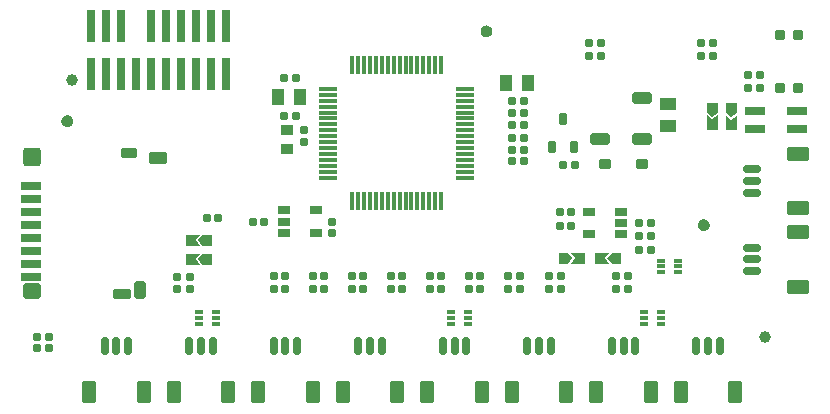
<source format=gbp>
G04*
G04 #@! TF.GenerationSoftware,Altium Limited,Altium Designer,18.1.6 (161)*
G04*
G04 Layer_Color=128*
%FSTAX24Y24*%
%MOIN*%
G70*
G01*
G75*
G04:AMPARAMS|DCode=19|XSize=25.6mil|YSize=25.6mil|CornerRadius=2.6mil|HoleSize=0mil|Usage=FLASHONLY|Rotation=270.000|XOffset=0mil|YOffset=0mil|HoleType=Round|Shape=RoundedRectangle|*
%AMROUNDEDRECTD19*
21,1,0.0256,0.0205,0,0,270.0*
21,1,0.0205,0.0256,0,0,270.0*
1,1,0.0051,-0.0102,-0.0102*
1,1,0.0051,-0.0102,0.0102*
1,1,0.0051,0.0102,0.0102*
1,1,0.0051,0.0102,-0.0102*
%
%ADD19ROUNDEDRECTD19*%
G04:AMPARAMS|DCode=21|XSize=25.6mil|YSize=25.6mil|CornerRadius=2.6mil|HoleSize=0mil|Usage=FLASHONLY|Rotation=0.000|XOffset=0mil|YOffset=0mil|HoleType=Round|Shape=RoundedRectangle|*
%AMROUNDEDRECTD21*
21,1,0.0256,0.0205,0,0,0.0*
21,1,0.0205,0.0256,0,0,0.0*
1,1,0.0051,0.0102,-0.0102*
1,1,0.0051,-0.0102,-0.0102*
1,1,0.0051,-0.0102,0.0102*
1,1,0.0051,0.0102,0.0102*
%
%ADD21ROUNDEDRECTD21*%
%ADD22C,0.0394*%
%ADD23R,0.0295X0.0354*%
%ADD24R,0.0354X0.0295*%
G04:AMPARAMS|DCode=26|XSize=23.6mil|YSize=39.4mil|CornerRadius=1.2mil|HoleSize=0mil|Usage=FLASHONLY|Rotation=270.000|XOffset=0mil|YOffset=0mil|HoleType=Round|Shape=RoundedRectangle|*
%AMROUNDEDRECTD26*
21,1,0.0236,0.0370,0,0,270.0*
21,1,0.0213,0.0394,0,0,270.0*
1,1,0.0024,-0.0185,-0.0106*
1,1,0.0024,-0.0185,0.0106*
1,1,0.0024,0.0185,0.0106*
1,1,0.0024,0.0185,-0.0106*
%
%ADD26ROUNDEDRECTD26*%
G04:AMPARAMS|DCode=27|XSize=39.4mil|YSize=35.4mil|CornerRadius=3.5mil|HoleSize=0mil|Usage=FLASHONLY|Rotation=0.000|XOffset=0mil|YOffset=0mil|HoleType=Round|Shape=RoundedRectangle|*
%AMROUNDEDRECTD27*
21,1,0.0394,0.0283,0,0,0.0*
21,1,0.0323,0.0354,0,0,0.0*
1,1,0.0071,0.0161,-0.0142*
1,1,0.0071,-0.0161,-0.0142*
1,1,0.0071,-0.0161,0.0142*
1,1,0.0071,0.0161,0.0142*
%
%ADD27ROUNDEDRECTD27*%
G04:AMPARAMS|DCode=67|XSize=23.6mil|YSize=39.4mil|CornerRadius=2.4mil|HoleSize=0mil|Usage=FLASHONLY|Rotation=0.000|XOffset=0mil|YOffset=0mil|HoleType=Round|Shape=RoundedRectangle|*
%AMROUNDEDRECTD67*
21,1,0.0236,0.0346,0,0,0.0*
21,1,0.0189,0.0394,0,0,0.0*
1,1,0.0047,0.0094,-0.0173*
1,1,0.0047,-0.0094,-0.0173*
1,1,0.0047,-0.0094,0.0173*
1,1,0.0047,0.0094,0.0173*
%
%ADD67ROUNDEDRECTD67*%
%ADD68R,0.0709X0.0276*%
G04:AMPARAMS|DCode=69|XSize=31.5mil|YSize=31.5mil|CornerRadius=3.9mil|HoleSize=0mil|Usage=FLASHONLY|Rotation=270.000|XOffset=0mil|YOffset=0mil|HoleType=Round|Shape=RoundedRectangle|*
%AMROUNDEDRECTD69*
21,1,0.0315,0.0236,0,0,270.0*
21,1,0.0236,0.0315,0,0,270.0*
1,1,0.0079,-0.0118,-0.0118*
1,1,0.0079,-0.0118,0.0118*
1,1,0.0079,0.0118,0.0118*
1,1,0.0079,0.0118,-0.0118*
%
%ADD69ROUNDEDRECTD69*%
G04:AMPARAMS|DCode=70|XSize=55.1mil|YSize=41.3mil|CornerRadius=4.1mil|HoleSize=0mil|Usage=FLASHONLY|Rotation=90.000|XOffset=0mil|YOffset=0mil|HoleType=Round|Shape=RoundedRectangle|*
%AMROUNDEDRECTD70*
21,1,0.0551,0.0331,0,0,90.0*
21,1,0.0469,0.0413,0,0,90.0*
1,1,0.0083,0.0165,0.0234*
1,1,0.0083,0.0165,-0.0234*
1,1,0.0083,-0.0165,-0.0234*
1,1,0.0083,-0.0165,0.0234*
%
%ADD70ROUNDEDRECTD70*%
G04:AMPARAMS|DCode=71|XSize=11.8mil|YSize=63mil|CornerRadius=3mil|HoleSize=0mil|Usage=FLASHONLY|Rotation=180.000|XOffset=0mil|YOffset=0mil|HoleType=Round|Shape=RoundedRectangle|*
%AMROUNDEDRECTD71*
21,1,0.0118,0.0571,0,0,180.0*
21,1,0.0059,0.0630,0,0,180.0*
1,1,0.0059,-0.0030,0.0285*
1,1,0.0059,0.0030,0.0285*
1,1,0.0059,0.0030,-0.0285*
1,1,0.0059,-0.0030,-0.0285*
%
%ADD71ROUNDEDRECTD71*%
G04:AMPARAMS|DCode=72|XSize=11.8mil|YSize=63mil|CornerRadius=3mil|HoleSize=0mil|Usage=FLASHONLY|Rotation=270.000|XOffset=0mil|YOffset=0mil|HoleType=Round|Shape=RoundedRectangle|*
%AMROUNDEDRECTD72*
21,1,0.0118,0.0571,0,0,270.0*
21,1,0.0059,0.0630,0,0,270.0*
1,1,0.0059,-0.0285,-0.0030*
1,1,0.0059,-0.0285,0.0030*
1,1,0.0059,0.0285,0.0030*
1,1,0.0059,0.0285,-0.0030*
%
%ADD72ROUNDEDRECTD72*%
G04:AMPARAMS|DCode=73|XSize=35.4mil|YSize=37.4mil|CornerRadius=3.5mil|HoleSize=0mil|Usage=FLASHONLY|Rotation=90.000|XOffset=0mil|YOffset=0mil|HoleType=Round|Shape=RoundedRectangle|*
%AMROUNDEDRECTD73*
21,1,0.0354,0.0303,0,0,90.0*
21,1,0.0283,0.0374,0,0,90.0*
1,1,0.0071,0.0152,0.0142*
1,1,0.0071,0.0152,-0.0142*
1,1,0.0071,-0.0152,-0.0142*
1,1,0.0071,-0.0152,0.0142*
%
%ADD73ROUNDEDRECTD73*%
G04:AMPARAMS|DCode=74|XSize=26.4mil|YSize=11.8mil|CornerRadius=1.5mil|HoleSize=0mil|Usage=FLASHONLY|Rotation=0.000|XOffset=0mil|YOffset=0mil|HoleType=Round|Shape=RoundedRectangle|*
%AMROUNDEDRECTD74*
21,1,0.0264,0.0089,0,0,0.0*
21,1,0.0234,0.0118,0,0,0.0*
1,1,0.0030,0.0117,-0.0044*
1,1,0.0030,-0.0117,-0.0044*
1,1,0.0030,-0.0117,0.0044*
1,1,0.0030,0.0117,0.0044*
%
%ADD74ROUNDEDRECTD74*%
G04:AMPARAMS|DCode=75|XSize=59.1mil|YSize=23.6mil|CornerRadius=5.9mil|HoleSize=0mil|Usage=FLASHONLY|Rotation=180.000|XOffset=0mil|YOffset=0mil|HoleType=Round|Shape=RoundedRectangle|*
%AMROUNDEDRECTD75*
21,1,0.0591,0.0118,0,0,180.0*
21,1,0.0472,0.0236,0,0,180.0*
1,1,0.0118,-0.0236,0.0059*
1,1,0.0118,0.0236,0.0059*
1,1,0.0118,0.0236,-0.0059*
1,1,0.0118,-0.0236,-0.0059*
%
%ADD75ROUNDEDRECTD75*%
G04:AMPARAMS|DCode=76|XSize=47.2mil|YSize=70.9mil|CornerRadius=4.7mil|HoleSize=0mil|Usage=FLASHONLY|Rotation=90.000|XOffset=0mil|YOffset=0mil|HoleType=Round|Shape=RoundedRectangle|*
%AMROUNDEDRECTD76*
21,1,0.0472,0.0614,0,0,90.0*
21,1,0.0378,0.0709,0,0,90.0*
1,1,0.0094,0.0307,0.0189*
1,1,0.0094,0.0307,-0.0189*
1,1,0.0094,-0.0307,-0.0189*
1,1,0.0094,-0.0307,0.0189*
%
%ADD76ROUNDEDRECTD76*%
G04:AMPARAMS|DCode=77|XSize=59.1mil|YSize=23.6mil|CornerRadius=5.9mil|HoleSize=0mil|Usage=FLASHONLY|Rotation=90.000|XOffset=0mil|YOffset=0mil|HoleType=Round|Shape=RoundedRectangle|*
%AMROUNDEDRECTD77*
21,1,0.0591,0.0118,0,0,90.0*
21,1,0.0472,0.0236,0,0,90.0*
1,1,0.0118,0.0059,0.0236*
1,1,0.0118,0.0059,-0.0236*
1,1,0.0118,-0.0059,-0.0236*
1,1,0.0118,-0.0059,0.0236*
%
%ADD77ROUNDEDRECTD77*%
G04:AMPARAMS|DCode=78|XSize=47.2mil|YSize=70.9mil|CornerRadius=4.7mil|HoleSize=0mil|Usage=FLASHONLY|Rotation=0.000|XOffset=0mil|YOffset=0mil|HoleType=Round|Shape=RoundedRectangle|*
%AMROUNDEDRECTD78*
21,1,0.0472,0.0614,0,0,0.0*
21,1,0.0378,0.0709,0,0,0.0*
1,1,0.0094,0.0189,-0.0307*
1,1,0.0094,-0.0189,-0.0307*
1,1,0.0094,-0.0189,0.0307*
1,1,0.0094,0.0189,0.0307*
%
%ADD78ROUNDEDRECTD78*%
G04:AMPARAMS|DCode=79|XSize=27.6mil|YSize=68.9mil|CornerRadius=3.4mil|HoleSize=0mil|Usage=FLASHONLY|Rotation=90.000|XOffset=0mil|YOffset=0mil|HoleType=Round|Shape=RoundedRectangle|*
%AMROUNDEDRECTD79*
21,1,0.0276,0.0620,0,0,90.0*
21,1,0.0207,0.0689,0,0,90.0*
1,1,0.0069,0.0310,0.0103*
1,1,0.0069,0.0310,-0.0103*
1,1,0.0069,-0.0310,-0.0103*
1,1,0.0069,-0.0310,0.0103*
%
%ADD79ROUNDEDRECTD79*%
G04:AMPARAMS|DCode=80|XSize=39.4mil|YSize=61mil|CornerRadius=4.9mil|HoleSize=0mil|Usage=FLASHONLY|Rotation=90.000|XOffset=0mil|YOffset=0mil|HoleType=Round|Shape=RoundedRectangle|*
%AMROUNDEDRECTD80*
21,1,0.0394,0.0512,0,0,90.0*
21,1,0.0295,0.0610,0,0,90.0*
1,1,0.0098,0.0256,0.0148*
1,1,0.0098,0.0256,-0.0148*
1,1,0.0098,-0.0256,-0.0148*
1,1,0.0098,-0.0256,0.0148*
%
%ADD80ROUNDEDRECTD80*%
G04:AMPARAMS|DCode=81|XSize=57.1mil|YSize=39.4mil|CornerRadius=4.9mil|HoleSize=0mil|Usage=FLASHONLY|Rotation=90.000|XOffset=0mil|YOffset=0mil|HoleType=Round|Shape=RoundedRectangle|*
%AMROUNDEDRECTD81*
21,1,0.0571,0.0295,0,0,90.0*
21,1,0.0472,0.0394,0,0,90.0*
1,1,0.0098,0.0148,0.0236*
1,1,0.0098,0.0148,-0.0236*
1,1,0.0098,-0.0148,-0.0236*
1,1,0.0098,-0.0148,0.0236*
%
%ADD81ROUNDEDRECTD81*%
G04:AMPARAMS|DCode=82|XSize=59.1mil|YSize=59.1mil|CornerRadius=7.4mil|HoleSize=0mil|Usage=FLASHONLY|Rotation=90.000|XOffset=0mil|YOffset=0mil|HoleType=Round|Shape=RoundedRectangle|*
%AMROUNDEDRECTD82*
21,1,0.0591,0.0443,0,0,90.0*
21,1,0.0443,0.0591,0,0,90.0*
1,1,0.0148,0.0221,0.0221*
1,1,0.0148,0.0221,-0.0221*
1,1,0.0148,-0.0221,-0.0221*
1,1,0.0148,-0.0221,0.0221*
%
%ADD82ROUNDEDRECTD82*%
G04:AMPARAMS|DCode=83|XSize=51.2mil|YSize=59.1mil|CornerRadius=6.4mil|HoleSize=0mil|Usage=FLASHONLY|Rotation=90.000|XOffset=0mil|YOffset=0mil|HoleType=Round|Shape=RoundedRectangle|*
%AMROUNDEDRECTD83*
21,1,0.0512,0.0463,0,0,90.0*
21,1,0.0384,0.0591,0,0,90.0*
1,1,0.0128,0.0231,0.0192*
1,1,0.0128,0.0231,-0.0192*
1,1,0.0128,-0.0231,-0.0192*
1,1,0.0128,-0.0231,0.0192*
%
%ADD83ROUNDEDRECTD83*%
G04:AMPARAMS|DCode=84|XSize=31.5mil|YSize=55.1mil|CornerRadius=3.9mil|HoleSize=0mil|Usage=FLASHONLY|Rotation=90.000|XOffset=0mil|YOffset=0mil|HoleType=Round|Shape=RoundedRectangle|*
%AMROUNDEDRECTD84*
21,1,0.0315,0.0472,0,0,90.0*
21,1,0.0236,0.0551,0,0,90.0*
1,1,0.0079,0.0236,0.0118*
1,1,0.0079,0.0236,-0.0118*
1,1,0.0079,-0.0236,-0.0118*
1,1,0.0079,-0.0236,0.0118*
%
%ADD84ROUNDEDRECTD84*%
G04:AMPARAMS|DCode=85|XSize=31.5mil|YSize=59.1mil|CornerRadius=3.9mil|HoleSize=0mil|Usage=FLASHONLY|Rotation=90.000|XOffset=0mil|YOffset=0mil|HoleType=Round|Shape=RoundedRectangle|*
%AMROUNDEDRECTD85*
21,1,0.0315,0.0512,0,0,90.0*
21,1,0.0236,0.0591,0,0,90.0*
1,1,0.0079,0.0256,0.0118*
1,1,0.0079,0.0256,-0.0118*
1,1,0.0079,-0.0256,-0.0118*
1,1,0.0079,-0.0256,0.0118*
%
%ADD85ROUNDEDRECTD85*%
G04:AMPARAMS|DCode=86|XSize=109.8mil|YSize=29.1mil|CornerRadius=7.3mil|HoleSize=0mil|Usage=FLASHONLY|Rotation=270.000|XOffset=0mil|YOffset=0mil|HoleType=Round|Shape=RoundedRectangle|*
%AMROUNDEDRECTD86*
21,1,0.1098,0.0146,0,0,270.0*
21,1,0.0953,0.0291,0,0,270.0*
1,1,0.0146,-0.0073,-0.0476*
1,1,0.0146,-0.0073,0.0476*
1,1,0.0146,0.0073,0.0476*
1,1,0.0146,0.0073,-0.0476*
%
%ADD86ROUNDEDRECTD86*%
G04:AMPARAMS|DCode=87|XSize=55.1mil|YSize=41.3mil|CornerRadius=4.1mil|HoleSize=0mil|Usage=FLASHONLY|Rotation=0.000|XOffset=0mil|YOffset=0mil|HoleType=Round|Shape=RoundedRectangle|*
%AMROUNDEDRECTD87*
21,1,0.0551,0.0331,0,0,0.0*
21,1,0.0469,0.0413,0,0,0.0*
1,1,0.0083,0.0234,-0.0165*
1,1,0.0083,-0.0234,-0.0165*
1,1,0.0083,-0.0234,0.0165*
1,1,0.0083,0.0234,0.0165*
%
%ADD87ROUNDEDRECTD87*%
G04:AMPARAMS|DCode=88|XSize=66.9mil|YSize=39.4mil|CornerRadius=9.8mil|HoleSize=0mil|Usage=FLASHONLY|Rotation=180.000|XOffset=0mil|YOffset=0mil|HoleType=Round|Shape=RoundedRectangle|*
%AMROUNDEDRECTD88*
21,1,0.0669,0.0197,0,0,180.0*
21,1,0.0472,0.0394,0,0,180.0*
1,1,0.0197,-0.0236,0.0098*
1,1,0.0197,0.0236,0.0098*
1,1,0.0197,0.0236,-0.0098*
1,1,0.0197,-0.0236,-0.0098*
%
%ADD88ROUNDEDRECTD88*%
G36*
X026801Y023502D02*
X02682Y023498D01*
X026838Y023493D01*
X026856Y023485D01*
X026873Y023476D01*
X026889Y023465D01*
X026904Y023453D01*
X026918Y023439D01*
X02693Y023424D01*
X026941Y023408D01*
X02695Y023391D01*
X026957Y023373D01*
X026963Y023355D01*
X026967Y023336D01*
X026969Y023317D01*
Y023307D01*
Y023297D01*
X026967Y023278D01*
X026963Y023259D01*
X026957Y023241D01*
X02695Y023223D01*
X026941Y023206D01*
X02693Y02319D01*
X026918Y023175D01*
X026904Y023161D01*
X026889Y023149D01*
X026873Y023138D01*
X026856Y023129D01*
X026838Y023122D01*
X02682Y023116D01*
X026801Y023112D01*
X026781Y02311D01*
X026762D01*
X026743Y023112D01*
X026724Y023116D01*
X026705Y023122D01*
X026687Y023129D01*
X02667Y023138D01*
X026654Y023149D01*
X026639Y023161D01*
X026626Y023175D01*
X026613Y02319D01*
X026603Y023206D01*
X026593Y023223D01*
X026586Y023241D01*
X02658Y023259D01*
X026577Y023278D01*
X026575Y023297D01*
Y023307D01*
Y023317D01*
X026577Y023336D01*
X02658Y023355D01*
X026586Y023373D01*
X026593Y023391D01*
X026603Y023408D01*
X026613Y023424D01*
X026626Y023439D01*
X026639Y023453D01*
X026654Y023465D01*
X02667Y023476D01*
X026687Y023485D01*
X026705Y023493D01*
X026724Y023498D01*
X026743Y023502D01*
X026762Y023504D01*
X026781D01*
X026801Y023502D01*
D02*
G37*
G36*
X034484Y020585D02*
X034304Y02045D01*
X034124Y020585D01*
X034124Y02091D01*
X034484Y02091D01*
X034484Y020585D01*
D02*
G37*
G36*
X035113Y020581D02*
X034933Y020446D01*
X034753Y020581D01*
X034753Y020906D01*
X035113Y020906D01*
X035113Y020581D01*
D02*
G37*
G36*
X034484Y02003D02*
X034124Y02003D01*
X034124Y020505D01*
X034304Y02037D01*
X034484Y020505D01*
X034484Y02003D01*
D02*
G37*
G36*
X012824Y02051D02*
X012843Y020506D01*
X012862Y020501D01*
X01288Y020493D01*
X012897Y020484D01*
X012913Y020473D01*
X012928Y020461D01*
X012941Y020447D01*
X012954Y020432D01*
X012964Y020416D01*
X012973Y020399D01*
X012981Y020381D01*
X012986Y020363D01*
X01299Y020344D01*
X012992Y020325D01*
Y020315D01*
Y020305D01*
X01299Y020286D01*
X012986Y020267D01*
X012981Y020249D01*
X012973Y020231D01*
X012964Y020214D01*
X012954Y020198D01*
X012941Y020183D01*
X012928Y020169D01*
X012913Y020157D01*
X012897Y020146D01*
X01288Y020137D01*
X012862Y020129D01*
X012843Y020124D01*
X012824Y02012D01*
X012805Y020118D01*
X012786D01*
X012766Y02012D01*
X012747Y020124D01*
X012729Y020129D01*
X012711Y020137D01*
X012694Y020146D01*
X012678Y020157D01*
X012663Y020169D01*
X012649Y020183D01*
X012637Y020198D01*
X012626Y020214D01*
X012617Y020231D01*
X01261Y020249D01*
X012604Y020267D01*
X0126Y020286D01*
X012598Y020305D01*
Y020315D01*
Y020325D01*
X0126Y020344D01*
X012604Y020363D01*
X01261Y020381D01*
X012617Y020399D01*
X012626Y020416D01*
X012637Y020432D01*
X012649Y020447D01*
X012663Y020461D01*
X012678Y020473D01*
X012694Y020484D01*
X012711Y020493D01*
X012729Y020501D01*
X012747Y020506D01*
X012766Y02051D01*
X012786Y020512D01*
X012805D01*
X012824Y02051D01*
D02*
G37*
G36*
X034933Y020366D02*
X035113Y020501D01*
X035113Y020026D01*
X034753Y020026D01*
X034753Y020501D01*
X034933Y020366D01*
D02*
G37*
G36*
X034045Y017045D02*
X034064Y017042D01*
X034082Y017036D01*
X0341Y017029D01*
X034117Y017019D01*
X034133Y017009D01*
X034148Y016996D01*
X034162Y016983D01*
X034174Y016968D01*
X034185Y016952D01*
X034194Y016935D01*
X034201Y016917D01*
X034207Y016898D01*
X034211Y016879D01*
X034213Y01686D01*
Y01685D01*
Y016841D01*
X034211Y016821D01*
X034207Y016803D01*
X034201Y016784D01*
X034194Y016766D01*
X034185Y016749D01*
X034174Y016733D01*
X034162Y016718D01*
X034148Y016704D01*
X034133Y016692D01*
X034117Y016681D01*
X0341Y016672D01*
X034082Y016665D01*
X034064Y016659D01*
X034045Y016655D01*
X034025Y016654D01*
X034006D01*
X033987Y016655D01*
X033968Y016659D01*
X033949Y016665D01*
X033931Y016672D01*
X033914Y016681D01*
X033898Y016692D01*
X033883Y016704D01*
X03387Y016718D01*
X033857Y016733D01*
X033847Y016749D01*
X033838Y016766D01*
X03383Y016784D01*
X033825Y016803D01*
X033821Y016821D01*
X033819Y016841D01*
Y01685D01*
Y01686D01*
X033821Y016879D01*
X033825Y016898D01*
X03383Y016917D01*
X033838Y016935D01*
X033847Y016952D01*
X033857Y016968D01*
X03387Y016983D01*
X033883Y016996D01*
X033898Y017009D01*
X033914Y017019D01*
X033931Y017029D01*
X033949Y017036D01*
X033968Y017042D01*
X033987Y017045D01*
X034006Y017047D01*
X034025D01*
X034045Y017045D01*
D02*
G37*
G36*
X017625Y016519D02*
X017625Y016159D01*
X0173Y016159D01*
X017165Y016339D01*
X0173Y016519D01*
X017625Y016519D01*
D02*
G37*
G36*
X017085Y016339D02*
X01722Y016159D01*
X016745Y016159D01*
X016745Y016519D01*
X01722Y016519D01*
X017085Y016339D01*
D02*
G37*
G36*
X031265Y015917D02*
X031265Y015557D01*
X03094Y015557D01*
X030805Y015737D01*
X03094Y015917D01*
X031265Y015917D01*
D02*
G37*
G36*
X030725Y015737D02*
X03086Y015557D01*
X030385D01*
X030385Y015917D01*
X03086Y015917D01*
X030725Y015737D01*
D02*
G37*
G36*
X030055Y015557D02*
X02958Y015557D01*
X029715Y015737D01*
X02958Y015917D01*
X030055Y015917D01*
X030055Y015557D01*
D02*
G37*
G36*
X0295Y015917D02*
X029634Y015737D01*
X0295Y015557D01*
X029175Y015557D01*
X029175Y015917D01*
X0295Y015917D01*
D02*
G37*
G36*
X017625Y015889D02*
X017625Y015529D01*
X0173Y015529D01*
X017165Y015709D01*
X0173Y015889D01*
X017625Y015889D01*
D02*
G37*
G36*
X017085Y015709D02*
X01722Y015529D01*
X016745Y015529D01*
X016745Y015889D01*
X01722Y015889D01*
X017085Y015709D01*
D02*
G37*
D19*
X035892Y021867D02*
D03*
X035498D02*
D03*
X035892Y021417D02*
D03*
X035498Y021417D02*
D03*
X034331Y02248D02*
D03*
X033937Y02248D02*
D03*
X034331Y022913D02*
D03*
X033937D02*
D03*
X030197Y022913D02*
D03*
X030591Y022913D02*
D03*
X030197Y02248D02*
D03*
X030591Y02248D02*
D03*
X020414Y021758D02*
D03*
X02002Y021758D02*
D03*
X020414Y020498D02*
D03*
X02002Y020498D02*
D03*
X027619Y020984D02*
D03*
X028012Y020984D02*
D03*
X027619Y018973D02*
D03*
X028012Y018973D02*
D03*
X029724Y018858D02*
D03*
X029331Y018858D02*
D03*
X031854Y016929D02*
D03*
X032248Y016929D02*
D03*
X031854Y016496D02*
D03*
X032248D02*
D03*
X032248Y016024D02*
D03*
X031854Y016024D02*
D03*
X029606Y017283D02*
D03*
X029213Y017283D02*
D03*
X029606Y016811D02*
D03*
X029213Y016811D02*
D03*
X031102Y014724D02*
D03*
X031496Y014724D02*
D03*
Y015157D02*
D03*
X031102Y015157D02*
D03*
X029252Y015157D02*
D03*
X028858Y015157D02*
D03*
X029252Y014724D02*
D03*
X028858Y014724D02*
D03*
X027874Y015157D02*
D03*
X02748Y015157D02*
D03*
X027874Y014724D02*
D03*
X02748Y014724D02*
D03*
X026573Y015157D02*
D03*
X02618Y015157D02*
D03*
X02618Y014724D02*
D03*
X026573Y014724D02*
D03*
X025272Y015157D02*
D03*
X024879Y015157D02*
D03*
X024879Y014724D02*
D03*
X025272Y014724D02*
D03*
X023578Y014724D02*
D03*
X023972Y014724D02*
D03*
X023972Y015157D02*
D03*
X023578Y015157D02*
D03*
X022671Y015157D02*
D03*
X022277Y015157D02*
D03*
X022671Y014724D02*
D03*
X022277Y014724D02*
D03*
X020976Y015157D02*
D03*
X02137Y015157D02*
D03*
X020976Y014724D02*
D03*
X02137Y014724D02*
D03*
X019676Y014724D02*
D03*
X020069Y014724D02*
D03*
X019676Y015157D02*
D03*
X020069Y015157D02*
D03*
X01937Y016968D02*
D03*
X018976Y016968D02*
D03*
X017441Y017087D02*
D03*
X017835Y017087D02*
D03*
X011801Y01312D02*
D03*
X012195Y01312D02*
D03*
X011801Y012741D02*
D03*
X012195D02*
D03*
D21*
X020689Y020026D02*
D03*
X020689Y019632D02*
D03*
X027619Y020183D02*
D03*
X027619Y020577D02*
D03*
X028012Y020577D02*
D03*
Y020183D02*
D03*
X028018Y019744D02*
D03*
Y01935D02*
D03*
X027624Y01935D02*
D03*
X027624Y019744D02*
D03*
X01689Y014724D02*
D03*
X01689Y015118D02*
D03*
X016457Y014724D02*
D03*
X016457Y015118D02*
D03*
X021614Y016968D02*
D03*
Y016575D02*
D03*
D22*
X012953Y021693D02*
D03*
X036063Y01311D02*
D03*
D23*
X031115Y015737D02*
D03*
X030535Y015737D02*
D03*
X029905Y015737D02*
D03*
X029324Y015737D02*
D03*
X016895Y016339D02*
D03*
X017475Y016339D02*
D03*
X017475Y015709D02*
D03*
X016895Y015709D02*
D03*
D24*
X034933Y020756D02*
D03*
X034933Y020175D02*
D03*
X034304Y02018D02*
D03*
X034304Y02076D02*
D03*
D26*
X030177Y017303D02*
D03*
Y016555D02*
D03*
X03124D02*
D03*
Y016929D02*
D03*
Y017303D02*
D03*
X02002Y016594D02*
D03*
X02002Y016968D02*
D03*
Y017343D02*
D03*
X021083Y017343D02*
D03*
X021083Y016594D02*
D03*
D27*
X020138Y019396D02*
D03*
X020138Y020026D02*
D03*
D67*
X029705Y019449D02*
D03*
X028957Y019449D02*
D03*
X029331Y020394D02*
D03*
D68*
X035731Y020059D02*
D03*
Y02065D02*
D03*
X037109D02*
D03*
Y020059D02*
D03*
D69*
X037146Y021417D02*
D03*
X036556Y021417D02*
D03*
X037146Y023189D02*
D03*
X036556Y023189D02*
D03*
D70*
X020542Y021128D02*
D03*
X019813D02*
D03*
X028159Y021575D02*
D03*
X027431D02*
D03*
D71*
X025256Y022188D02*
D03*
X025059Y022188D02*
D03*
X024862Y022188D02*
D03*
X024665Y022188D02*
D03*
X024469D02*
D03*
X024272Y022188D02*
D03*
X024075D02*
D03*
X023878Y022188D02*
D03*
X023681Y022188D02*
D03*
X023484Y022188D02*
D03*
X023287D02*
D03*
X023091D02*
D03*
X022894Y022188D02*
D03*
X022697Y022188D02*
D03*
X0225Y022188D02*
D03*
X022303Y022188D02*
D03*
X022303Y017638D02*
D03*
X0225Y017638D02*
D03*
X022697Y017638D02*
D03*
X022894Y017638D02*
D03*
X023091D02*
D03*
X023287Y017638D02*
D03*
X023484D02*
D03*
X023681Y017638D02*
D03*
X023878Y017638D02*
D03*
X024075Y017638D02*
D03*
X024272D02*
D03*
X024469D02*
D03*
X024665Y017638D02*
D03*
X024862Y017638D02*
D03*
X025059Y017638D02*
D03*
X025256Y017638D02*
D03*
D72*
X026055Y018436D02*
D03*
X026055Y018633D02*
D03*
X026055Y01883D02*
D03*
X026055Y019027D02*
D03*
Y019224D02*
D03*
X026055Y019421D02*
D03*
Y019618D02*
D03*
X026055Y019814D02*
D03*
X026055Y020011D02*
D03*
X026055Y020208D02*
D03*
Y020405D02*
D03*
Y020602D02*
D03*
X026055Y020799D02*
D03*
X026055Y020995D02*
D03*
X026055Y021192D02*
D03*
X026055Y021389D02*
D03*
X021505Y021389D02*
D03*
X021505Y021192D02*
D03*
X021505Y020995D02*
D03*
X021505Y020799D02*
D03*
Y020602D02*
D03*
X021505Y020405D02*
D03*
Y020208D02*
D03*
X021505Y020011D02*
D03*
X021505Y019814D02*
D03*
X021505Y019618D02*
D03*
Y019421D02*
D03*
Y019224D02*
D03*
X021505Y019027D02*
D03*
X021505Y01883D02*
D03*
X021505Y018633D02*
D03*
X021505Y018436D02*
D03*
D73*
X030719Y018898D02*
D03*
X031959D02*
D03*
D74*
X032584Y015276D02*
D03*
X032584Y015472D02*
D03*
X032584Y015669D02*
D03*
X033167Y015669D02*
D03*
Y015472D02*
D03*
X033167Y015276D02*
D03*
X032012Y013937D02*
D03*
Y01374D02*
D03*
Y013543D02*
D03*
X032594D02*
D03*
Y01374D02*
D03*
Y013937D02*
D03*
X025575D02*
D03*
Y01374D02*
D03*
Y013543D02*
D03*
X026157D02*
D03*
Y01374D02*
D03*
Y013937D02*
D03*
X017772D02*
D03*
Y01374D02*
D03*
Y013543D02*
D03*
X017189D02*
D03*
Y01374D02*
D03*
Y013937D02*
D03*
D75*
X035629Y018316D02*
D03*
X035629Y01871D02*
D03*
X035629Y017922D02*
D03*
X035629Y015315D02*
D03*
X035629Y016102D02*
D03*
X035629Y015709D02*
D03*
D76*
X037155Y01741D02*
D03*
X037155Y019221D02*
D03*
X037155Y016614D02*
D03*
X037155Y014803D02*
D03*
D77*
X033766Y01281D02*
D03*
X034553D02*
D03*
X034159D02*
D03*
X031342D02*
D03*
X031736D02*
D03*
X030948D02*
D03*
X028131D02*
D03*
X028919D02*
D03*
X028525D02*
D03*
X025314D02*
D03*
X026101D02*
D03*
X025708D02*
D03*
X022497D02*
D03*
X023284D02*
D03*
X022891D02*
D03*
X01968D02*
D03*
X020467D02*
D03*
X020073D02*
D03*
X016862D02*
D03*
X01765D02*
D03*
X017256D02*
D03*
X014045Y01281D02*
D03*
X014833Y01281D02*
D03*
X014439D02*
D03*
D78*
X035065Y011284D02*
D03*
X033254D02*
D03*
X030437D02*
D03*
X032248D02*
D03*
X02943D02*
D03*
X027619D02*
D03*
X026613D02*
D03*
X024802D02*
D03*
X023796D02*
D03*
X021985D02*
D03*
X020979D02*
D03*
X019168D02*
D03*
X018162D02*
D03*
X016351D02*
D03*
X015345Y011284D02*
D03*
X013533Y011284D02*
D03*
D79*
X011575Y015979D02*
D03*
X011575Y016412D02*
D03*
X011575Y017279D02*
D03*
Y015546D02*
D03*
X011575Y015113D02*
D03*
X011575Y018145D02*
D03*
X011575Y017712D02*
D03*
X011575Y016845D02*
D03*
D80*
X015827Y01908D02*
D03*
D81*
X015207Y01467D02*
D03*
D82*
X011624Y019109D02*
D03*
D83*
X011624Y014641D02*
D03*
D84*
X014872Y019237D02*
D03*
D85*
X014616Y014542D02*
D03*
D86*
X013577Y023482D02*
D03*
Y02188D02*
D03*
X014077Y023482D02*
D03*
X014077Y02188D02*
D03*
X014577Y023482D02*
D03*
X014577Y02188D02*
D03*
X015077Y02188D02*
D03*
X015577Y023482D02*
D03*
X015577Y02188D02*
D03*
X016077Y023482D02*
D03*
X016077Y02188D02*
D03*
X016577Y023482D02*
D03*
X016577Y02188D02*
D03*
X017077Y023482D02*
D03*
Y02188D02*
D03*
X017577Y023482D02*
D03*
X017577Y02188D02*
D03*
X018077Y023482D02*
D03*
X018077Y02188D02*
D03*
D87*
X032835Y020896D02*
D03*
X032835Y020167D02*
D03*
D88*
X030551Y019724D02*
D03*
X031969D02*
D03*
X031969Y021102D02*
D03*
M02*

</source>
